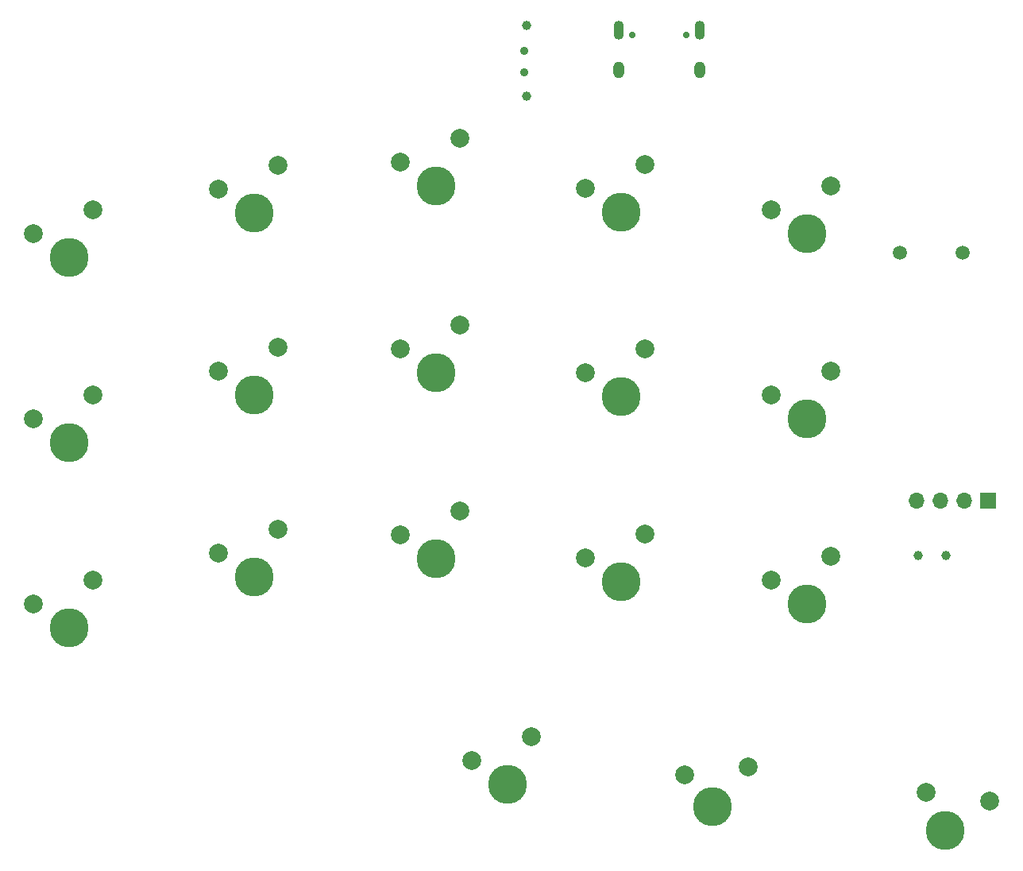
<source format=gbr>
%TF.GenerationSoftware,KiCad,Pcbnew,8.0.8*%
%TF.CreationDate,2025-02-15T14:10:55+01:00*%
%TF.ProjectId,sichergo-left,73696368-6572-4676-9f2d-6c6566742e6b,rev?*%
%TF.SameCoordinates,Original*%
%TF.FileFunction,Soldermask,Bot*%
%TF.FilePolarity,Negative*%
%FSLAX46Y46*%
G04 Gerber Fmt 4.6, Leading zero omitted, Abs format (unit mm)*
G04 Created by KiCad (PCBNEW 8.0.8) date 2025-02-15 14:10:55*
%MOMM*%
%LPD*%
G01*
G04 APERTURE LIST*
%ADD10C,4.150000*%
%ADD11C,2.000000*%
%ADD12C,1.000000*%
%ADD13C,0.700000*%
%ADD14O,1.100000X2.000000*%
%ADD15O,1.200000X1.800000*%
%ADD16C,1.500000*%
%ADD17R,1.700000X1.700000*%
%ADD18O,1.700000X1.700000*%
%ADD19C,0.900000*%
G04 APERTURE END LIST*
D10*
%TO.C,SW17*%
X176911000Y-115951000D03*
D11*
X173101000Y-113411000D03*
X179451001Y-110871000D03*
%TD*%
D10*
%TO.C,SW5*%
X117983000Y-93662500D03*
D11*
X114173000Y-91122500D03*
X120523001Y-88582500D03*
%TD*%
D10*
%TO.C,SW2*%
X98298000Y-98742500D03*
D11*
X94488000Y-96202500D03*
X100838001Y-93662500D03*
%TD*%
D10*
%TO.C,SW13*%
X157099000Y-113538000D03*
D11*
X153289000Y-110998000D03*
X159639001Y-108458000D03*
%TD*%
D12*
%TO.C,SW19*%
X188750000Y-110750000D03*
X191750000Y-110750000D03*
%TD*%
D13*
%TO.C,USB1*%
X158290000Y-55320001D03*
X164070000Y-55320001D03*
D14*
X156860000Y-54790000D03*
D15*
X156860000Y-59000000D03*
D14*
X165500000Y-54790000D03*
D15*
X165500000Y-59000000D03*
%TD*%
D10*
%TO.C,SW10*%
X145034000Y-135128000D03*
D11*
X141224000Y-132588000D03*
X147574001Y-130048000D03*
%TD*%
D10*
%TO.C,SW11*%
X157099000Y-74168000D03*
D11*
X153289000Y-71628000D03*
X159639001Y-69088000D03*
%TD*%
D10*
%TO.C,SW14*%
X166878000Y-137541000D03*
D11*
X163855222Y-134101448D03*
X170646251Y-133291497D03*
%TD*%
D10*
%TO.C,SW16*%
X176911000Y-96202500D03*
D11*
X173101000Y-93662500D03*
X179451001Y-91122500D03*
%TD*%
D10*
%TO.C,SW18*%
X191643000Y-140081000D03*
D11*
X189613443Y-135976295D03*
X196382705Y-136951591D03*
%TD*%
D16*
%TO.C,Audio1*%
X186800000Y-78500000D03*
X193500000Y-78500000D03*
%TD*%
D10*
%TO.C,SW4*%
X117983000Y-74295000D03*
D11*
X114173000Y-71755000D03*
X120523001Y-69215000D03*
%TD*%
D10*
%TO.C,SW6*%
X117983000Y-113030000D03*
D11*
X114173000Y-110490000D03*
X120523001Y-107950000D03*
%TD*%
D17*
%TO.C,J1*%
X196195000Y-104913800D03*
D18*
X193655000Y-104913799D03*
X191115001Y-104913800D03*
X188575000Y-104913800D03*
%TD*%
D10*
%TO.C,SW15*%
X176911000Y-76454000D03*
D11*
X173101000Y-73914000D03*
X179451001Y-71374000D03*
%TD*%
D10*
%TO.C,SW1*%
X98298000Y-78994000D03*
D11*
X94488000Y-76454000D03*
X100838001Y-73914000D03*
%TD*%
D10*
%TO.C,SW7*%
X137414000Y-71374000D03*
D11*
X133604000Y-68834000D03*
X139954001Y-66294000D03*
%TD*%
D10*
%TO.C,SW12*%
X157099000Y-93853000D03*
D11*
X153289000Y-91313000D03*
X159639001Y-88773000D03*
%TD*%
D10*
%TO.C,SW9*%
X137414000Y-111125000D03*
D11*
X133604000Y-108585000D03*
X139954001Y-106045000D03*
%TD*%
D10*
%TO.C,SW8*%
X137414000Y-91249500D03*
D11*
X133604000Y-88709500D03*
X139954001Y-86169500D03*
%TD*%
D19*
%TO.C,U3*%
X146750000Y-59250000D03*
X146750000Y-56950000D03*
D12*
X147060000Y-54320000D03*
X147060000Y-61820000D03*
%TD*%
D10*
%TO.C,SW3*%
X98298000Y-118491000D03*
D11*
X94488000Y-115951000D03*
X100838001Y-113411000D03*
%TD*%
M02*

</source>
